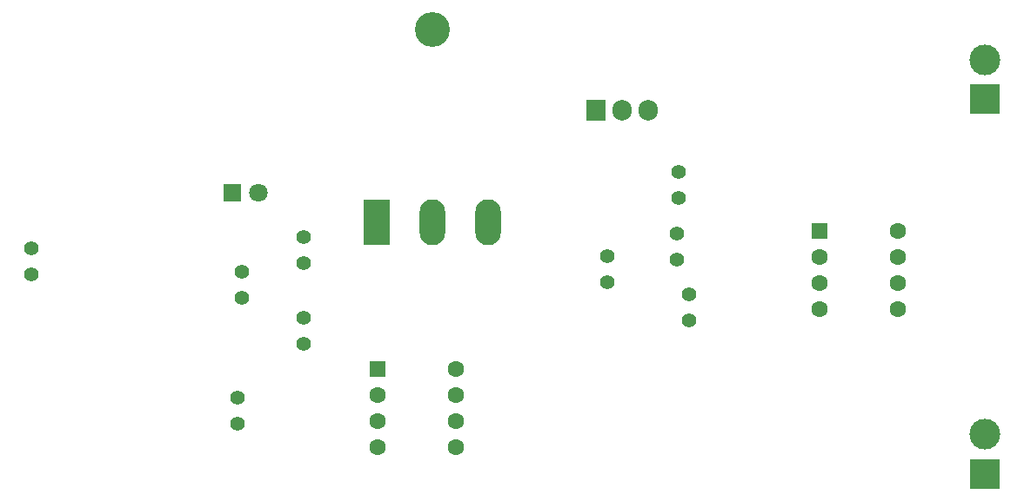
<source format=gbr>
%TF.GenerationSoftware,KiCad,Pcbnew,9.0.2-9.0.2-0~ubuntu24.04.1*%
%TF.CreationDate,2025-10-22T08:36:29+03:00*%
%TF.ProjectId,atlas-test-task,61746c61-732d-4746-9573-742d7461736b,rev?*%
%TF.SameCoordinates,Original*%
%TF.FileFunction,Soldermask,Top*%
%TF.FilePolarity,Negative*%
%FSLAX46Y46*%
G04 Gerber Fmt 4.6, Leading zero omitted, Abs format (unit mm)*
G04 Created by KiCad (PCBNEW 9.0.2-9.0.2-0~ubuntu24.04.1) date 2025-10-22 08:36:29*
%MOMM*%
%LPD*%
G01*
G04 APERTURE LIST*
G04 Aperture macros list*
%AMRoundRect*
0 Rectangle with rounded corners*
0 $1 Rounding radius*
0 $2 $3 $4 $5 $6 $7 $8 $9 X,Y pos of 4 corners*
0 Add a 4 corners polygon primitive as box body*
4,1,4,$2,$3,$4,$5,$6,$7,$8,$9,$2,$3,0*
0 Add four circle primitives for the rounded corners*
1,1,$1+$1,$2,$3*
1,1,$1+$1,$4,$5*
1,1,$1+$1,$6,$7*
1,1,$1+$1,$8,$9*
0 Add four rect primitives between the rounded corners*
20,1,$1+$1,$2,$3,$4,$5,0*
20,1,$1+$1,$4,$5,$6,$7,0*
20,1,$1+$1,$6,$7,$8,$9,0*
20,1,$1+$1,$8,$9,$2,$3,0*%
G04 Aperture macros list end*
%ADD10C,1.400000*%
%ADD11R,3.000000X3.000000*%
%ADD12C,3.000000*%
%ADD13C,3.400000*%
%ADD14R,2.500000X4.500000*%
%ADD15O,2.500000X4.500000*%
%ADD16RoundRect,0.250000X-0.550000X-0.550000X0.550000X-0.550000X0.550000X0.550000X-0.550000X0.550000X0*%
%ADD17C,1.600000*%
%ADD18R,1.905000X2.000000*%
%ADD19O,1.905000X2.000000*%
%ADD20R,1.800000X1.800000*%
%ADD21C,1.800000*%
G04 APERTURE END LIST*
D10*
%TO.C,R2*%
X90460000Y-95850000D03*
X90460000Y-93310000D03*
%TD*%
%TO.C,R3*%
X120000000Y-97720000D03*
X120000000Y-95180000D03*
%TD*%
D11*
%TO.C,J3*%
X156750000Y-79907500D03*
D12*
X156750000Y-76027500D03*
%TD*%
D10*
%TO.C,R8*%
X90500000Y-103720000D03*
X90500000Y-101180000D03*
%TD*%
%TO.C,R5*%
X126780000Y-95500000D03*
X126780000Y-92960000D03*
%TD*%
%TO.C,R7*%
X127000000Y-89500000D03*
X127000000Y-86960000D03*
%TD*%
D13*
%TO.C,Q2*%
X103000000Y-73075000D03*
D14*
X97550000Y-91875000D03*
D15*
X103000000Y-91875000D03*
X108450000Y-91875000D03*
%TD*%
D10*
%TO.C,R6*%
X84500000Y-99220000D03*
X84500000Y-96680000D03*
%TD*%
%TO.C,pt1000*%
X64000000Y-97000000D03*
X64000000Y-94460000D03*
%TD*%
D16*
%TO.C,SW1*%
X140695000Y-92702500D03*
D17*
X140695000Y-95242500D03*
X140695000Y-97782500D03*
X140695000Y-100322500D03*
X148315000Y-100322500D03*
X148315000Y-97782500D03*
X148315000Y-95242500D03*
X148315000Y-92702500D03*
%TD*%
D10*
%TO.C,R1*%
X84000000Y-111500000D03*
X84000000Y-108960000D03*
%TD*%
D16*
%TO.C,U2*%
X97695000Y-106190000D03*
D17*
X97695000Y-108730000D03*
X97695000Y-111270000D03*
X97695000Y-113810000D03*
X105315000Y-113810000D03*
X105315000Y-111270000D03*
X105315000Y-108730000D03*
X105315000Y-106190000D03*
%TD*%
D11*
%TO.C,J1*%
X156750000Y-116407500D03*
D12*
X156750000Y-112527500D03*
%TD*%
D18*
%TO.C,U1*%
X118960000Y-80950000D03*
D19*
X121500000Y-80950000D03*
X124040000Y-80950000D03*
%TD*%
D20*
%TO.C,D1*%
X83500000Y-89000000D03*
D21*
X86040000Y-89000000D03*
%TD*%
D10*
%TO.C,R4*%
X128000000Y-101500000D03*
X128000000Y-98960000D03*
%TD*%
M02*

</source>
